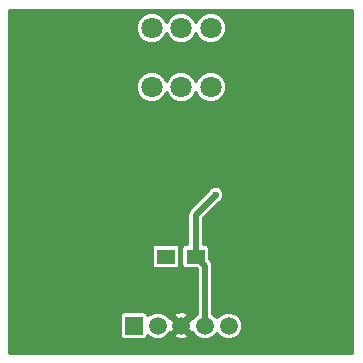
<source format=gbl>
%TF.GenerationSoftware,KiCad,Pcbnew,4.0.7*%
%TF.CreationDate,2018-01-14T16:32:45+11:00*%
%TF.ProjectId,BT_STACK,42545F535441434B2E6B696361645F70,rev?*%
%TF.FileFunction,Copper,L2,Bot,Signal*%
%FSLAX46Y46*%
G04 Gerber Fmt 4.6, Leading zero omitted, Abs format (unit mm)*
G04 Created by KiCad (PCBNEW 4.0.7) date 01/14/18 16:32:45*
%MOMM*%
%LPD*%
G01*
G04 APERTURE LIST*
%ADD10C,0.100000*%
%ADD11R,1.500000X1.500000*%
%ADD12C,1.500000*%
%ADD13C,1.800000*%
%ADD14R,1.500000X1.250000*%
%ADD15C,0.600000*%
%ADD16C,0.500000*%
%ADD17C,0.300000*%
G04 APERTURE END LIST*
D10*
D11*
X181000000Y-95200000D03*
D12*
X183000000Y-95200000D03*
X185000000Y-95200000D03*
X187000000Y-95200000D03*
X189000000Y-95200000D03*
D13*
X187500000Y-70000000D03*
X185000000Y-70000000D03*
X182500000Y-70000000D03*
X187500000Y-75000000D03*
X185000000Y-75000000D03*
X182500000Y-75000000D03*
D14*
X186200000Y-89350000D03*
X183700000Y-89350000D03*
D15*
X187900000Y-84100000D03*
X183800000Y-87100000D03*
D16*
X186200000Y-89350000D02*
X186200000Y-85800000D01*
X186200000Y-85800000D02*
X187900000Y-84100000D01*
X187000000Y-95200000D02*
X187000000Y-90150000D01*
X187000000Y-90150000D02*
X186200000Y-89350000D01*
D17*
G36*
X199475000Y-97475000D02*
X170525000Y-97475000D01*
X170525000Y-94450000D01*
X179791184Y-94450000D01*
X179791184Y-95950000D01*
X179822562Y-96116760D01*
X179921117Y-96269919D01*
X180071495Y-96372668D01*
X180250000Y-96408816D01*
X181750000Y-96408816D01*
X181916760Y-96377438D01*
X182069919Y-96278883D01*
X182172668Y-96128505D01*
X182182558Y-96079668D01*
X182319367Y-96216717D01*
X182760258Y-96399791D01*
X183237647Y-96400207D01*
X183678857Y-96217903D01*
X183812518Y-96084475D01*
X184327657Y-96084475D01*
X184407617Y-96270540D01*
X184862388Y-96415745D01*
X185338108Y-96375864D01*
X185592383Y-96270540D01*
X185672343Y-96084475D01*
X185000000Y-95412132D01*
X184327657Y-96084475D01*
X183812518Y-96084475D01*
X184016717Y-95880633D01*
X184034600Y-95837566D01*
X184115525Y-95872343D01*
X184787868Y-95200000D01*
X184115525Y-94527657D01*
X184034909Y-94562301D01*
X184017903Y-94521143D01*
X183812645Y-94315525D01*
X184327657Y-94315525D01*
X185000000Y-94987868D01*
X185672343Y-94315525D01*
X185592383Y-94129460D01*
X185137612Y-93984255D01*
X184661892Y-94024136D01*
X184407617Y-94129460D01*
X184327657Y-94315525D01*
X183812645Y-94315525D01*
X183680633Y-94183283D01*
X183239742Y-94000209D01*
X182762353Y-93999793D01*
X182321143Y-94182097D01*
X182184140Y-94318860D01*
X182177438Y-94283240D01*
X182078883Y-94130081D01*
X181928505Y-94027332D01*
X181750000Y-93991184D01*
X180250000Y-93991184D01*
X180083240Y-94022562D01*
X179930081Y-94121117D01*
X179827332Y-94271495D01*
X179791184Y-94450000D01*
X170525000Y-94450000D01*
X170525000Y-88725000D01*
X182491184Y-88725000D01*
X182491184Y-89975000D01*
X182522562Y-90141760D01*
X182621117Y-90294919D01*
X182771495Y-90397668D01*
X182950000Y-90433816D01*
X184450000Y-90433816D01*
X184616760Y-90402438D01*
X184769919Y-90303883D01*
X184872668Y-90153505D01*
X184908816Y-89975000D01*
X184908816Y-88725000D01*
X184991184Y-88725000D01*
X184991184Y-89975000D01*
X185022562Y-90141760D01*
X185121117Y-90294919D01*
X185271495Y-90397668D01*
X185450000Y-90433816D01*
X186293866Y-90433816D01*
X186300000Y-90439950D01*
X186300000Y-94203203D01*
X185983283Y-94519367D01*
X185965400Y-94562434D01*
X185884475Y-94527657D01*
X185212132Y-95200000D01*
X185884475Y-95872343D01*
X185965091Y-95837699D01*
X185982097Y-95878857D01*
X186319367Y-96216717D01*
X186760258Y-96399791D01*
X187237647Y-96400207D01*
X187678857Y-96217903D01*
X188000265Y-95897057D01*
X188319367Y-96216717D01*
X188760258Y-96399791D01*
X189237647Y-96400207D01*
X189678857Y-96217903D01*
X190016717Y-95880633D01*
X190199791Y-95439742D01*
X190200207Y-94962353D01*
X190017903Y-94521143D01*
X189680633Y-94183283D01*
X189239742Y-94000209D01*
X188762353Y-93999793D01*
X188321143Y-94182097D01*
X187999735Y-94502943D01*
X187700000Y-94202684D01*
X187700000Y-90150000D01*
X187669510Y-89996716D01*
X187646716Y-89882121D01*
X187494975Y-89655025D01*
X187408816Y-89568866D01*
X187408816Y-88725000D01*
X187377438Y-88558240D01*
X187278883Y-88405081D01*
X187128505Y-88302332D01*
X186950000Y-88266184D01*
X186900000Y-88266184D01*
X186900000Y-86089950D01*
X188204101Y-84785849D01*
X188324286Y-84736189D01*
X188535448Y-84525395D01*
X188649869Y-84249839D01*
X188650130Y-83951470D01*
X188536189Y-83675714D01*
X188325395Y-83464552D01*
X188049839Y-83350131D01*
X187751470Y-83349870D01*
X187475714Y-83463811D01*
X187264552Y-83674605D01*
X187214211Y-83795839D01*
X185705025Y-85305025D01*
X185553284Y-85532121D01*
X185553284Y-85532122D01*
X185500000Y-85800000D01*
X185500000Y-88266184D01*
X185450000Y-88266184D01*
X185283240Y-88297562D01*
X185130081Y-88396117D01*
X185027332Y-88546495D01*
X184991184Y-88725000D01*
X184908816Y-88725000D01*
X184877438Y-88558240D01*
X184778883Y-88405081D01*
X184628505Y-88302332D01*
X184450000Y-88266184D01*
X182950000Y-88266184D01*
X182783240Y-88297562D01*
X182630081Y-88396117D01*
X182527332Y-88546495D01*
X182491184Y-88725000D01*
X170525000Y-88725000D01*
X170525000Y-75267353D01*
X181149766Y-75267353D01*
X181354858Y-75763715D01*
X181734288Y-76143807D01*
X182230290Y-76349765D01*
X182767353Y-76350234D01*
X183263715Y-76145142D01*
X183643807Y-75765712D01*
X183750007Y-75509955D01*
X183854858Y-75763715D01*
X184234288Y-76143807D01*
X184730290Y-76349765D01*
X185267353Y-76350234D01*
X185763715Y-76145142D01*
X186143807Y-75765712D01*
X186250007Y-75509955D01*
X186354858Y-75763715D01*
X186734288Y-76143807D01*
X187230290Y-76349765D01*
X187767353Y-76350234D01*
X188263715Y-76145142D01*
X188643807Y-75765712D01*
X188849765Y-75269710D01*
X188850234Y-74732647D01*
X188645142Y-74236285D01*
X188265712Y-73856193D01*
X187769710Y-73650235D01*
X187232647Y-73649766D01*
X186736285Y-73854858D01*
X186356193Y-74234288D01*
X186249993Y-74490045D01*
X186145142Y-74236285D01*
X185765712Y-73856193D01*
X185269710Y-73650235D01*
X184732647Y-73649766D01*
X184236285Y-73854858D01*
X183856193Y-74234288D01*
X183749993Y-74490045D01*
X183645142Y-74236285D01*
X183265712Y-73856193D01*
X182769710Y-73650235D01*
X182232647Y-73649766D01*
X181736285Y-73854858D01*
X181356193Y-74234288D01*
X181150235Y-74730290D01*
X181149766Y-75267353D01*
X170525000Y-75267353D01*
X170525000Y-70267353D01*
X181149766Y-70267353D01*
X181354858Y-70763715D01*
X181734288Y-71143807D01*
X182230290Y-71349765D01*
X182767353Y-71350234D01*
X183263715Y-71145142D01*
X183643807Y-70765712D01*
X183750007Y-70509955D01*
X183854858Y-70763715D01*
X184234288Y-71143807D01*
X184730290Y-71349765D01*
X185267353Y-71350234D01*
X185763715Y-71145142D01*
X186143807Y-70765712D01*
X186250007Y-70509955D01*
X186354858Y-70763715D01*
X186734288Y-71143807D01*
X187230290Y-71349765D01*
X187767353Y-71350234D01*
X188263715Y-71145142D01*
X188643807Y-70765712D01*
X188849765Y-70269710D01*
X188850234Y-69732647D01*
X188645142Y-69236285D01*
X188265712Y-68856193D01*
X187769710Y-68650235D01*
X187232647Y-68649766D01*
X186736285Y-68854858D01*
X186356193Y-69234288D01*
X186249993Y-69490045D01*
X186145142Y-69236285D01*
X185765712Y-68856193D01*
X185269710Y-68650235D01*
X184732647Y-68649766D01*
X184236285Y-68854858D01*
X183856193Y-69234288D01*
X183749993Y-69490045D01*
X183645142Y-69236285D01*
X183265712Y-68856193D01*
X182769710Y-68650235D01*
X182232647Y-68649766D01*
X181736285Y-68854858D01*
X181356193Y-69234288D01*
X181150235Y-69730290D01*
X181149766Y-70267353D01*
X170525000Y-70267353D01*
X170525000Y-68525000D01*
X199475000Y-68525000D01*
X199475000Y-97475000D01*
X199475000Y-97475000D01*
G37*
X199475000Y-97475000D02*
X170525000Y-97475000D01*
X170525000Y-94450000D01*
X179791184Y-94450000D01*
X179791184Y-95950000D01*
X179822562Y-96116760D01*
X179921117Y-96269919D01*
X180071495Y-96372668D01*
X180250000Y-96408816D01*
X181750000Y-96408816D01*
X181916760Y-96377438D01*
X182069919Y-96278883D01*
X182172668Y-96128505D01*
X182182558Y-96079668D01*
X182319367Y-96216717D01*
X182760258Y-96399791D01*
X183237647Y-96400207D01*
X183678857Y-96217903D01*
X183812518Y-96084475D01*
X184327657Y-96084475D01*
X184407617Y-96270540D01*
X184862388Y-96415745D01*
X185338108Y-96375864D01*
X185592383Y-96270540D01*
X185672343Y-96084475D01*
X185000000Y-95412132D01*
X184327657Y-96084475D01*
X183812518Y-96084475D01*
X184016717Y-95880633D01*
X184034600Y-95837566D01*
X184115525Y-95872343D01*
X184787868Y-95200000D01*
X184115525Y-94527657D01*
X184034909Y-94562301D01*
X184017903Y-94521143D01*
X183812645Y-94315525D01*
X184327657Y-94315525D01*
X185000000Y-94987868D01*
X185672343Y-94315525D01*
X185592383Y-94129460D01*
X185137612Y-93984255D01*
X184661892Y-94024136D01*
X184407617Y-94129460D01*
X184327657Y-94315525D01*
X183812645Y-94315525D01*
X183680633Y-94183283D01*
X183239742Y-94000209D01*
X182762353Y-93999793D01*
X182321143Y-94182097D01*
X182184140Y-94318860D01*
X182177438Y-94283240D01*
X182078883Y-94130081D01*
X181928505Y-94027332D01*
X181750000Y-93991184D01*
X180250000Y-93991184D01*
X180083240Y-94022562D01*
X179930081Y-94121117D01*
X179827332Y-94271495D01*
X179791184Y-94450000D01*
X170525000Y-94450000D01*
X170525000Y-88725000D01*
X182491184Y-88725000D01*
X182491184Y-89975000D01*
X182522562Y-90141760D01*
X182621117Y-90294919D01*
X182771495Y-90397668D01*
X182950000Y-90433816D01*
X184450000Y-90433816D01*
X184616760Y-90402438D01*
X184769919Y-90303883D01*
X184872668Y-90153505D01*
X184908816Y-89975000D01*
X184908816Y-88725000D01*
X184991184Y-88725000D01*
X184991184Y-89975000D01*
X185022562Y-90141760D01*
X185121117Y-90294919D01*
X185271495Y-90397668D01*
X185450000Y-90433816D01*
X186293866Y-90433816D01*
X186300000Y-90439950D01*
X186300000Y-94203203D01*
X185983283Y-94519367D01*
X185965400Y-94562434D01*
X185884475Y-94527657D01*
X185212132Y-95200000D01*
X185884475Y-95872343D01*
X185965091Y-95837699D01*
X185982097Y-95878857D01*
X186319367Y-96216717D01*
X186760258Y-96399791D01*
X187237647Y-96400207D01*
X187678857Y-96217903D01*
X188000265Y-95897057D01*
X188319367Y-96216717D01*
X188760258Y-96399791D01*
X189237647Y-96400207D01*
X189678857Y-96217903D01*
X190016717Y-95880633D01*
X190199791Y-95439742D01*
X190200207Y-94962353D01*
X190017903Y-94521143D01*
X189680633Y-94183283D01*
X189239742Y-94000209D01*
X188762353Y-93999793D01*
X188321143Y-94182097D01*
X187999735Y-94502943D01*
X187700000Y-94202684D01*
X187700000Y-90150000D01*
X187669510Y-89996716D01*
X187646716Y-89882121D01*
X187494975Y-89655025D01*
X187408816Y-89568866D01*
X187408816Y-88725000D01*
X187377438Y-88558240D01*
X187278883Y-88405081D01*
X187128505Y-88302332D01*
X186950000Y-88266184D01*
X186900000Y-88266184D01*
X186900000Y-86089950D01*
X188204101Y-84785849D01*
X188324286Y-84736189D01*
X188535448Y-84525395D01*
X188649869Y-84249839D01*
X188650130Y-83951470D01*
X188536189Y-83675714D01*
X188325395Y-83464552D01*
X188049839Y-83350131D01*
X187751470Y-83349870D01*
X187475714Y-83463811D01*
X187264552Y-83674605D01*
X187214211Y-83795839D01*
X185705025Y-85305025D01*
X185553284Y-85532121D01*
X185553284Y-85532122D01*
X185500000Y-85800000D01*
X185500000Y-88266184D01*
X185450000Y-88266184D01*
X185283240Y-88297562D01*
X185130081Y-88396117D01*
X185027332Y-88546495D01*
X184991184Y-88725000D01*
X184908816Y-88725000D01*
X184877438Y-88558240D01*
X184778883Y-88405081D01*
X184628505Y-88302332D01*
X184450000Y-88266184D01*
X182950000Y-88266184D01*
X182783240Y-88297562D01*
X182630081Y-88396117D01*
X182527332Y-88546495D01*
X182491184Y-88725000D01*
X170525000Y-88725000D01*
X170525000Y-75267353D01*
X181149766Y-75267353D01*
X181354858Y-75763715D01*
X181734288Y-76143807D01*
X182230290Y-76349765D01*
X182767353Y-76350234D01*
X183263715Y-76145142D01*
X183643807Y-75765712D01*
X183750007Y-75509955D01*
X183854858Y-75763715D01*
X184234288Y-76143807D01*
X184730290Y-76349765D01*
X185267353Y-76350234D01*
X185763715Y-76145142D01*
X186143807Y-75765712D01*
X186250007Y-75509955D01*
X186354858Y-75763715D01*
X186734288Y-76143807D01*
X187230290Y-76349765D01*
X187767353Y-76350234D01*
X188263715Y-76145142D01*
X188643807Y-75765712D01*
X188849765Y-75269710D01*
X188850234Y-74732647D01*
X188645142Y-74236285D01*
X188265712Y-73856193D01*
X187769710Y-73650235D01*
X187232647Y-73649766D01*
X186736285Y-73854858D01*
X186356193Y-74234288D01*
X186249993Y-74490045D01*
X186145142Y-74236285D01*
X185765712Y-73856193D01*
X185269710Y-73650235D01*
X184732647Y-73649766D01*
X184236285Y-73854858D01*
X183856193Y-74234288D01*
X183749993Y-74490045D01*
X183645142Y-74236285D01*
X183265712Y-73856193D01*
X182769710Y-73650235D01*
X182232647Y-73649766D01*
X181736285Y-73854858D01*
X181356193Y-74234288D01*
X181150235Y-74730290D01*
X181149766Y-75267353D01*
X170525000Y-75267353D01*
X170525000Y-70267353D01*
X181149766Y-70267353D01*
X181354858Y-70763715D01*
X181734288Y-71143807D01*
X182230290Y-71349765D01*
X182767353Y-71350234D01*
X183263715Y-71145142D01*
X183643807Y-70765712D01*
X183750007Y-70509955D01*
X183854858Y-70763715D01*
X184234288Y-71143807D01*
X184730290Y-71349765D01*
X185267353Y-71350234D01*
X185763715Y-71145142D01*
X186143807Y-70765712D01*
X186250007Y-70509955D01*
X186354858Y-70763715D01*
X186734288Y-71143807D01*
X187230290Y-71349765D01*
X187767353Y-71350234D01*
X188263715Y-71145142D01*
X188643807Y-70765712D01*
X188849765Y-70269710D01*
X188850234Y-69732647D01*
X188645142Y-69236285D01*
X188265712Y-68856193D01*
X187769710Y-68650235D01*
X187232647Y-68649766D01*
X186736285Y-68854858D01*
X186356193Y-69234288D01*
X186249993Y-69490045D01*
X186145142Y-69236285D01*
X185765712Y-68856193D01*
X185269710Y-68650235D01*
X184732647Y-68649766D01*
X184236285Y-68854858D01*
X183856193Y-69234288D01*
X183749993Y-69490045D01*
X183645142Y-69236285D01*
X183265712Y-68856193D01*
X182769710Y-68650235D01*
X182232647Y-68649766D01*
X181736285Y-68854858D01*
X181356193Y-69234288D01*
X181150235Y-69730290D01*
X181149766Y-70267353D01*
X170525000Y-70267353D01*
X170525000Y-68525000D01*
X199475000Y-68525000D01*
X199475000Y-97475000D01*
M02*

</source>
